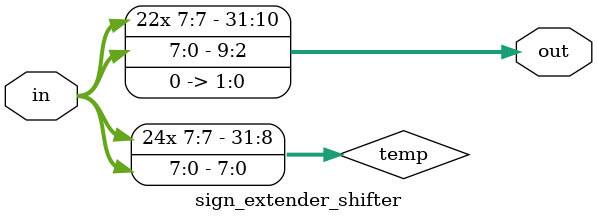
<source format=v>
/*
Lab 5 part 4
program_counter module
does sign extension to get 32 bit byte address the left shift by 2 to get word address for add with pc + 4
*/
`timescale 1ns/100ps
module sign_extender_shifter(in, out);

input [7:0] in;
reg [31:0] temp;
output reg[31:0] out;

always @(in) 
begin
	temp =  { {24{in[7]}}, in };	//sign extension
	out = {temp[29:0], 2'b00};				//shift operation
end




endmodule
</source>
